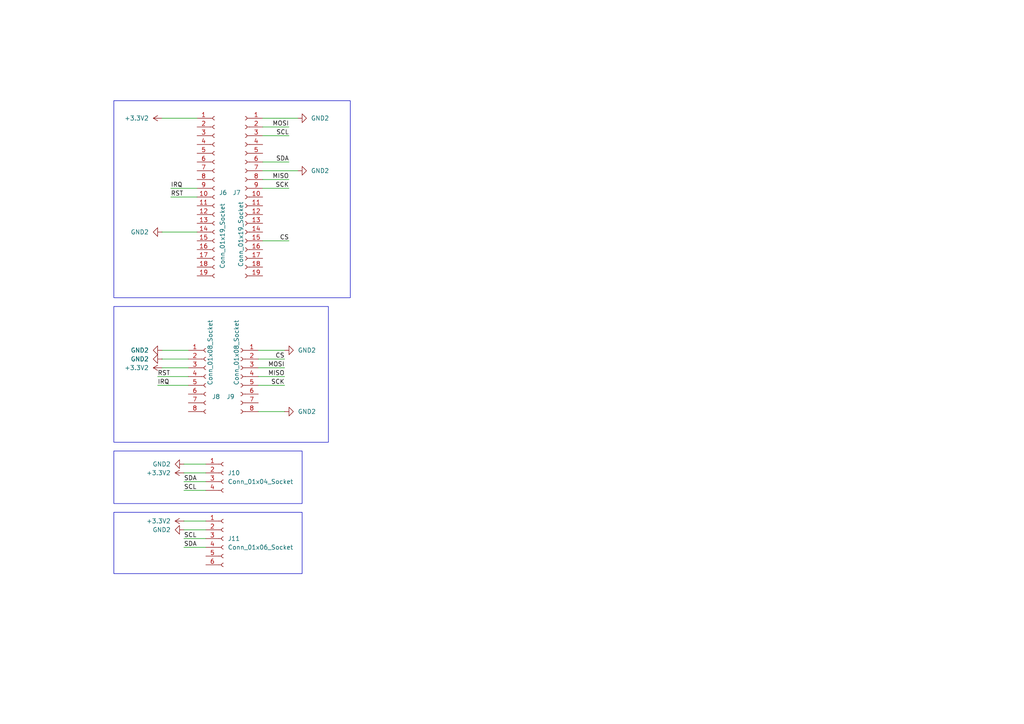
<source format=kicad_sch>
(kicad_sch (version 20250114) (generator "eeschema") (generator_version "9.0")
  (paper "A4")
  (lib_symbols
    (symbol "Connector:Conn_01x04_Socket" (pin_names (offset 1.016) (hide yes))
      (property "Reference" "J" (at 0 5.08 0))
      (property "Value" "Conn_01x04_Socket" (at 0 -7.62 0))
      (symbol "Conn_01x04_Socket_1_1"
        (polyline (pts (xy -1.27 2.54) (xy -0.508 2.54)) (stroke (width 0.1524)))
        (polyline (pts (xy -1.27 0) (xy -0.508 0)) (stroke (width 0.1524)))
        (polyline (pts (xy -1.27 -2.54) (xy -0.508 -2.54)) (stroke (width 0.1524)))
        (polyline (pts (xy -1.27 -5.08) (xy -0.508 -5.08)) (stroke (width 0.1524)))
        (arc (start 0 2.032) (mid -0.5058 2.54) (end 0 3.048) (stroke (width 0.1524)))
        (arc (start 0 -0.508) (mid -0.5058 0) (end 0 0.508) (stroke (width 0.1524)))
        (arc (start 0 -3.048) (mid -0.5058 -2.54) (end 0 -2.032) (stroke (width 0.1524)))
        (arc (start 0 -5.588) (mid -0.5058 -5.08) (end 0 -4.572) (stroke (width 0.1524)))
        (pin passive line (at -5.08 2.54 0) (length 3.81) (name "Pin_1") (number "1"))
        (pin passive line (at -5.08 0 0) (length 3.81) (name "Pin_2") (number "2"))
        (pin passive line (at -5.08 -2.54 0) (length 3.81) (name "Pin_3") (number "3"))
        (pin passive line (at -5.08 -5.08 0) (length 3.81) (name "Pin_4") (number "4"))
      )
    )
    (symbol "Connector:Conn_01x06_Socket" (pin_names (offset 1.016) (hide yes))
      (property "Reference" "J" (at 0 7.62 0))
      (property "Value" "Conn_01x06_Socket" (at 0 -10.16 0))
      (symbol "Conn_01x06_Socket_1_1"
        (polyline (pts (xy -1.27 5.08) (xy -0.508 5.08)) (stroke (width 0.1524)))
        (polyline (pts (xy -1.27 2.54) (xy -0.508 2.54)) (stroke (width 0.1524)))
        (polyline (pts (xy -1.27 0) (xy -0.508 0)) (stroke (width 0.1524)))
        (polyline (pts (xy -1.27 -2.54) (xy -0.508 -2.54)) (stroke (width 0.1524)))
        (polyline (pts (xy -1.27 -5.08) (xy -0.508 -5.08)) (stroke (width 0.1524)))
        (polyline (pts (xy -1.27 -7.62) (xy -0.508 -7.62)) (stroke (width 0.1524)))
        (arc (start 0 4.572) (mid -0.5058 5.08) (end 0 5.588) (stroke (width 0.1524)))
        (arc (start 0 2.032) (mid -0.5058 2.54) (end 0 3.048) (stroke (width 0.1524)))
        (arc (start 0 -0.508) (mid -0.5058 0) (end 0 0.508) (stroke (width 0.1524)))
        (arc (start 0 -3.048) (mid -0.5058 -2.54) (end 0 -2.032) (stroke (width 0.1524)))
        (arc (start 0 -5.588) (mid -0.5058 -5.08) (end 0 -4.572) (stroke (width 0.1524)))
        (arc (start 0 -8.128) (mid -0.5058 -7.62) (end 0 -7.112) (stroke (width 0.1524)))
        (pin passive line (at -5.08 5.08 0) (length 3.81) (name "Pin_1") (number "1"))
        (pin passive line (at -5.08 2.54 0) (length 3.81) (name "Pin_2") (number "2"))
        (pin passive line (at -5.08 0 0) (length 3.81) (name "Pin_3") (number "3"))
        (pin passive line (at -5.08 -2.54 0) (length 3.81) (name "Pin_4") (number "4"))
        (pin passive line (at -5.08 -5.08 0) (length 3.81) (name "Pin_5") (number "5"))
        (pin passive line (at -5.08 -7.62 0) (length 3.81) (name "Pin_6") (number "6"))
      )
    )
    (symbol "Connector:Conn_01x08_Socket" (pin_names (offset 1.016) (hide yes))
      (property "Reference" "J" (at 0 10.16 0))
      (property "Value" "Conn_01x08_Socket" (at 0 -12.7 0))
      (symbol "Conn_01x08_Socket_1_1"
        (polyline (pts (xy -1.27 7.62) (xy -0.508 7.62)) (stroke (width 0.1524)))
        (polyline (pts (xy -1.27 5.08) (xy -0.508 5.08)) (stroke (width 0.1524)))
        (polyline (pts (xy -1.27 2.54) (xy -0.508 2.54)) (stroke (width 0.1524)))
        (polyline (pts (xy -1.27 0) (xy -0.508 0)) (stroke (width 0.1524)))
        (polyline (pts (xy -1.27 -2.54) (xy -0.508 -2.54)) (stroke (width 0.1524)))
        (polyline (pts (xy -1.27 -5.08) (xy -0.508 -5.08)) (stroke (width 0.1524)))
        (polyline (pts (xy -1.27 -7.62) (xy -0.508 -7.62)) (stroke (width 0.1524)))
        (polyline (pts (xy -1.27 -10.16) (xy -0.508 -10.16)) (stroke (width 0.1524)))
        (arc (start 0 7.112) (mid -0.5058 7.62) (end 0 8.128) (stroke (width 0.1524)))
        (arc (start 0 4.572) (mid -0.5058 5.08) (end 0 5.588) (stroke (width 0.1524)))
        (arc (start 0 2.032) (mid -0.5058 2.54) (end 0 3.048) (stroke (width 0.1524)))
        (arc (start 0 -0.508) (mid -0.5058 0) (end 0 0.508) (stroke (width 0.1524)))
        (arc (start 0 -3.048) (mid -0.5058 -2.54) (end 0 -2.032) (stroke (width 0.1524)))
        (arc (start 0 -5.588) (mid -0.5058 -5.08) (end 0 -4.572) (stroke (width 0.1524)))
        (arc (start 0 -8.128) (mid -0.5058 -7.62) (end 0 -7.112) (stroke (width 0.1524)))
        (arc (start 0 -10.668) (mid -0.5058 -10.16) (end 0 -9.652) (stroke (width 0.1524)))
        (pin passive line (at -5.08 7.62 0) (length 3.81) (name "Pin_1") (number "1"))
        (pin passive line (at -5.08 5.08 0) (length 3.81) (name "Pin_2") (number "2"))
        (pin passive line (at -5.08 2.54 0) (length 3.81) (name "Pin_3") (number "3"))
        (pin passive line (at -5.08 0 0) (length 3.81) (name "Pin_4") (number "4"))
        (pin passive line (at -5.08 -2.54 0) (length 3.81) (name "Pin_5") (number "5"))
        (pin passive line (at -5.08 -5.08 0) (length 3.81) (name "Pin_6") (number "6"))
        (pin passive line (at -5.08 -7.62 0) (length 3.81) (name "Pin_7") (number "7"))
        (pin passive line (at -5.08 -10.16 0) (length 3.81) (name "Pin_8") (number "8"))
      )
    )
    (symbol "Connector:Conn_01x19_Socket" (pin_names (offset 1.016) (hide yes))
      (property "Reference" "J" (at 0 25.4 0))
      (property "Value" "Conn_01x19_Socket" (at 0 -25.4 0))
      (symbol "Conn_01x19_Socket_1_1"
        (polyline (pts (xy -1.27 22.86) (xy -0.508 22.86)) (stroke (width 0.1524)))
        (polyline (pts (xy -1.27 20.32) (xy -0.508 20.32)) (stroke (width 0.1524)))
        (polyline (pts (xy -1.27 17.78) (xy -0.508 17.78)) (stroke (width 0.1524)))
        (polyline (pts (xy -1.27 15.24) (xy -0.508 15.24)) (stroke (width 0.1524)))
        (polyline (pts (xy -1.27 12.7) (xy -0.508 12.7)) (stroke (width 0.1524)))
        (polyline (pts (xy -1.27 10.16) (xy -0.508 10.16)) (stroke (width 0.1524)))
        (polyline (pts (xy -1.27 7.62) (xy -0.508 7.62)) (stroke (width 0.1524)))
        (polyline (pts (xy -1.27 5.08) (xy -0.508 5.08)) (stroke (width 0.1524)))
        (polyline (pts (xy -1.27 2.54) (xy -0.508 2.54)) (stroke (width 0.1524)))
        (polyline (pts (xy -1.27 0) (xy -0.508 0)) (stroke (width 0.1524)))
        (polyline (pts (xy -1.27 -2.54) (xy -0.508 -2.54)) (stroke (width 0.1524)))
        (polyline (pts (xy -1.27 -5.08) (xy -0.508 -5.08)) (stroke (width 0.1524)))
        (polyline (pts (xy -1.27 -7.62) (xy -0.508 -7.62)) (stroke (width 0.1524)))
        (polyline (pts (xy -1.27 -10.16) (xy -0.508 -10.16)) (stroke (width 0.1524)))
        (polyline (pts (xy -1.27 -12.7) (xy -0.508 -12.7)) (stroke (width 0.1524)))
        (polyline (pts (xy -1.27 -15.24) (xy -0.508 -15.24)) (stroke (width 0.1524)))
        (polyline (pts (xy -1.27 -17.78) (xy -0.508 -17.78)) (stroke (width 0.1524)))
        (polyline (pts (xy -1.27 -20.32) (xy -0.508 -20.32)) (stroke (width 0.1524)))
        (polyline (pts (xy -1.27 -22.86) (xy -0.508 -22.86)) (stroke (width 0.1524)))
        (arc (start 0 22.352) (mid -0.5058 22.86) (end 0 23.368) (stroke (width 0.1524)))
        (arc (start 0 19.812) (mid -0.5058 20.32) (end 0 20.828) (stroke (width 0.1524)))
        (arc (start 0 17.272) (mid -0.5058 17.78) (end 0 18.288) (stroke (width 0.1524)))
        (arc (start 0 14.732) (mid -0.5058 15.24) (end 0 15.748) (stroke (width 0.1524)))
        (arc (start 0 12.192) (mid -0.5058 12.7) (end 0 13.208) (stroke (width 0.1524)))
        (arc (start 0 9.652) (mid -0.5058 10.16) (end 0 10.668) (stroke (width 0.1524)))
        (arc (start 0 7.112) (mid -0.5058 7.62) (end 0 8.128) (stroke (width 0.1524)))
        (arc (start 0 4.572) (mid -0.5058 5.08) (end 0 5.588) (stroke (width 0.1524)))
        (arc (start 0 2.032) (mid -0.5058 2.54) (end 0 3.048) (stroke (width 0.1524)))
        (arc (start 0 -0.508) (mid -0.5058 0) (end 0 0.508) (stroke (width 0.1524)))
        (arc (start 0 -3.048) (mid -0.5058 -2.54) (end 0 -2.032) (stroke (width 0.1524)))
        (arc (start 0 -5.588) (mid -0.5058 -5.08) (end 0 -4.572) (stroke (width 0.1524)))
        (arc (start 0 -8.128) (mid -0.5058 -7.62) (end 0 -7.112) (stroke (width 0.1524)))
        (arc (start 0 -10.668) (mid -0.5058 -10.16) (end 0 -9.652) (stroke (width 0.1524)))
        (arc (start 0 -13.208) (mid -0.5058 -12.7) (end 0 -12.192) (stroke (width 0.1524)))
        (arc (start 0 -15.748) (mid -0.5058 -15.24) (end 0 -14.732) (stroke (width 0.1524)))
        (arc (start 0 -18.288) (mid -0.5058 -17.78) (end 0 -17.272) (stroke (width 0.1524)))
        (arc (start 0 -20.828) (mid -0.5058 -20.32) (end 0 -19.812) (stroke (width 0.1524)))
        (arc (start 0 -23.368) (mid -0.5058 -22.86) (end 0 -22.352) (stroke (width 0.1524)))
        (pin passive line (at -5.08 22.86 0) (length 3.81) (name "Pin_1") (number "1"))
        (pin passive line (at -5.08 20.32 0) (length 3.81) (name "Pin_2") (number "2"))
        (pin passive line (at -5.08 17.78 0) (length 3.81) (name "Pin_3") (number "3"))
        (pin passive line (at -5.08 15.24 0) (length 3.81) (name "Pin_4") (number "4"))
        (pin passive line (at -5.08 12.7 0) (length 3.81) (name "Pin_5") (number "5"))
        (pin passive line (at -5.08 10.16 0) (length 3.81) (name "Pin_6") (number "6"))
        (pin passive line (at -5.08 7.62 0) (length 3.81) (name "Pin_7") (number "7"))
        (pin passive line (at -5.08 5.08 0) (length 3.81) (name "Pin_8") (number "8"))
        (pin passive line (at -5.08 2.54 0) (length 3.81) (name "Pin_9") (number "9"))
        (pin passive line (at -5.08 0 0) (length 3.81) (name "Pin_10") (number "10"))
        (pin passive line (at -5.08 -2.54 0) (length 3.81) (name "Pin_11") (number "11"))
        (pin passive line (at -5.08 -5.08 0) (length 3.81) (name "Pin_12") (number "12"))
        (pin passive line (at -5.08 -7.62 0) (length 3.81) (name "Pin_13") (number "13"))
        (pin passive line (at -5.08 -10.16 0) (length 3.81) (name "Pin_14") (number "14"))
        (pin passive line (at -5.08 -12.7 0) (length 3.81) (name "Pin_15") (number "15"))
        (pin passive line (at -5.08 -15.24 0) (length 3.81) (name "Pin_16") (number "16"))
        (pin passive line (at -5.08 -17.78 0) (length 3.81) (name "Pin_17") (number "17"))
        (pin passive line (at -5.08 -20.32 0) (length 3.81) (name "Pin_18") (number "18"))
        (pin passive line (at -5.08 -22.86 0) (length 3.81) (name "Pin_19") (number "19"))
      )
    )
    (symbol "power:+3.3V" (power) (pin_numbers (hide yes)) (pin_names (offset 0) (hide yes))
      (property "Value" "+3.3V" (at 0 3.556 0))
      (symbol "+3.3V_0_1"
        (polyline (pts (xy -0.762 1.27) (xy 0 2.54)))
        (polyline (pts (xy 0 2.54) (xy 0.762 1.27)))
        (polyline (pts (xy 0 0) (xy 0 2.54)))
      )
      (symbol "+3.3V_1_1"
        (pin power_in line (at 0 0 90) (length 0) (name "~") (number "1"))
      )
    )
    (symbol "power:GND" (power) (pin_numbers (hide yes)) (pin_names (offset 0) (hide yes))
      (property "Value" "GND" (at 0 -3.81 0))
      (symbol "GND_0_1"
        (polyline (pts (xy 0 0) (xy 0 -1.27) (xy 1.27 -1.27) (xy 0 -2.54) (xy -1.27 -1.27) (xy 0 -1.27)))
      )
      (symbol "GND_1_1"
        (pin power_in line (at 0 0 270) (length 0) (name "~") (number "1"))
      )
    )
  )
  (rectangle (start 33.02 88.9) (end 95.25 128.27))
  (rectangle (start 33.02 130.81) (end 87.63 146.05))
  (rectangle (start 33.02 148.59) (end 87.63 166.37))
  (rectangle (start 33.02 29.21) (end 101.6 86.36))
  (wire (pts (xy 46.99 34.29) (xy 57.15 34.29)))
  (wire (pts (xy 57.15 54.61) (xy 49.53 54.61)))
  (wire (pts (xy 76.2 36.83) (xy 83.82 36.83)))
  (wire (pts (xy 74.93 109.22) (xy 82.55 109.22)))
  (wire (pts (xy 53.34 153.67) (xy 59.69 153.67)))
  (wire (pts (xy 53.34 158.75) (xy 59.69 158.75)))
  (wire (pts (xy 54.61 104.14) (xy 46.99 104.14)))
  (wire (pts (xy 74.93 111.76) (xy 82.55 111.76)))
  (wire (pts (xy 45.72 111.76) (xy 54.61 111.76)))
  (wire (pts (xy 76.2 39.37) (xy 83.82 39.37)))
  (wire (pts (xy 76.2 34.29) (xy 86.36 34.29)))
  (wire (pts (xy 76.2 49.53) (xy 86.36 49.53)))
  (wire (pts (xy 76.2 54.61) (xy 83.82 54.61)))
  (wire (pts (xy 53.34 156.21) (xy 59.69 156.21)))
  (wire (pts (xy 53.34 151.13) (xy 59.69 151.13)))
  (wire (pts (xy 57.15 57.15) (xy 49.53 57.15)))
  (wire (pts (xy 76.2 52.07) (xy 83.82 52.07)))
  (wire (pts (xy 76.2 46.99) (xy 83.82 46.99)))
  (wire (pts (xy 53.34 137.16) (xy 59.69 137.16)))
  (wire (pts (xy 83.82 69.85) (xy 76.2 69.85)))
  (wire (pts (xy 45.72 109.22) (xy 54.61 109.22)))
  (wire (pts (xy 74.93 106.68) (xy 82.55 106.68)))
  (wire (pts (xy 46.99 106.68) (xy 54.61 106.68)))
  (wire (pts (xy 74.93 101.6) (xy 82.55 101.6)))
  (wire (pts (xy 57.15 67.31) (xy 46.99 67.31)))
  (wire (pts (xy 82.55 104.14) (xy 74.93 104.14)))
  (wire (pts (xy 53.34 142.24) (xy 59.69 142.24)))
  (wire (pts (xy 53.34 139.7) (xy 59.69 139.7)))
  (wire (pts (xy 53.34 134.62) (xy 59.69 134.62)))
  (wire (pts (xy 54.61 101.6) (xy 46.99 101.6)))
  (wire (pts (xy 74.93 119.38) (xy 82.55 119.38)))
  (label "SCL" (at 53.34 156.21 0))
  (label "CS" (at 82.55 104.14 180))
  (label "MISO" (at 83.82 52.07 180))
  (label "CS" (at 83.82 69.85 180))
  (label "SCK" (at 82.55 111.76 180))
  (label "RST" (at 49.53 57.15 0))
  (label "MOSI" (at 82.55 106.68 180))
  (label "SDA" (at 53.34 158.75 0))
  (label "SCL" (at 83.82 39.37 180))
  (label "MOSI" (at 83.82 36.83 180))
  (label "RST" (at 45.72 109.22 0))
  (label "SCK" (at 83.82 54.61 180))
  (label "SCL" (at 53.34 142.24 0))
  (label "IRQ" (at 45.72 111.76 0))
  (label "SDA" (at 53.34 139.7 0))
  (label "IRQ" (at 49.53 54.61 0))
  (label "SDA" (at 83.82 46.99 180))
  (label "MISO" (at 82.55 109.22 180))
  (symbol (lib_id "power:GND") (at 86.36 49.53 90) (unit 1)
    (property "Reference" "#PWR022" (effects (hide yes)))
    (property "Value" "GND2" (at 90.17 49.5299 90) (effects (justify right)))
    (property "Description" "Power symbol creates a global label with name \"GND\" , ground" (effects (hide yes)))
  )
  (symbol (lib_id "power:GND") (at 53.34 134.62 270) (mirror x) (unit 1)
    (property "Reference" "#PWR017" (effects (hide yes)))
    (property "Value" "GND2" (at 49.53 134.6199 90) (effects (justify right)))
    (property "Description" "Power symbol creates a global label with name \"GND\" , ground" (effects (hide yes)))
  )
  (symbol (lib_id "power:GND") (at 46.99 67.31 270) (mirror x) (unit 1)
    (property "Reference" "#PWR04" (effects (hide yes)))
    (property "Value" "GND2" (at 43.18 67.3099 90) (effects (justify right)))
    (property "Description" "Power symbol creates a global label with name \"GND\" , ground" (effects (hide yes)))
  )
  (symbol (lib_id "power:+3.3V") (at 46.99 106.68 90) (unit 1)
    (property "Reference" "#PWR016" (effects (hide yes)))
    (property "Value" "+3.3V2" (at 43.18 106.6799 90) (effects (justify left)))
    (property "Description" "Power symbol creates a global label with name \"+3.3V\"" (effects (hide yes)))
  )
  (symbol (lib_id "power:GND") (at 46.99 104.14 270) (mirror x) (unit 1)
    (property "Reference" "#PWR015" (effects (hide yes)))
    (property "Value" "GND2" (at 43.18 104.1399 90) (effects (justify right)))
    (property "Description" "Power symbol creates a global label with name \"GND\" , ground" (effects (hide yes)))
  )
  (symbol (lib_id "power:+3.3V") (at 53.34 137.16 90) (unit 1)
    (property "Reference" "#PWR018" (effects (hide yes)))
    (property "Value" "+3.3V2" (at 49.53 137.1599 90) (effects (justify left)))
    (property "Description" "Power symbol creates a global label with name \"+3.3V\"" (effects (hide yes)))
  )
  (symbol (lib_id "Connector:Conn_01x04_Socket") (at 64.77 137.16 0) (unit 1)
    (property "Reference" "J10" (at 66.04 137.1599 0) (effects (justify left)))
    (property "Value" "Conn_01x04_Socket" (at 66.04 139.6999 0) (effects (justify left)))
    (property "Footprint" "Connector_PinSocket_2.54mm:PinSocket_1x04_P2.54mm_Vertical" (effects (hide yes)))
    (property "Description" "Generic connector, single row, 01x04, script generated" (effects (hide yes)))
  )
  (symbol (lib_id "power:+3.3V") (at 53.34 151.13 90) (unit 1)
    (property "Reference" "#PWR024" (effects (hide yes)))
    (property "Value" "+3.3V2" (at 49.53 151.1299 90) (effects (justify left)))
    (property "Description" "Power symbol creates a global label with name \"+3.3V\"" (effects (hide yes)))
  )
  (symbol (lib_id "power:GND") (at 46.99 101.6 270) (mirror x) (unit 1)
    (property "Reference" "#PWR012" (effects (hide yes)))
    (property "Value" "GND2" (at 43.18 101.5999 90) (effects (justify right)))
    (property "Description" "Power symbol creates a global label with name \"GND\" , ground" (effects (hide yes)))
  )
  (symbol (lib_id "power:GND") (at 82.55 101.6 90) (unit 1)
    (property "Reference" "#PWR019" (effects (hide yes)))
    (property "Value" "GND2" (at 86.36 101.5999 90) (effects (justify right)))
    (property "Description" "Power symbol creates a global label with name \"GND\" , ground" (effects (hide yes)))
  )
  (symbol (lib_id "power:GND") (at 53.34 153.67 270) (mirror x) (unit 1)
    (property "Reference" "#PWR023" (effects (hide yes)))
    (property "Value" "GND2" (at 49.53 153.6699 90) (effects (justify right)))
    (property "Description" "Power symbol creates a global label with name \"GND\" , ground" (effects (hide yes)))
  )
  (symbol (lib_id "Connector:Conn_01x08_Socket") (at 59.69 109.22 0) (unit 1)
    (property "Reference" "J8" (at 61.468 115.062 0) (effects (justify left)))
    (property "Value" "Conn_01x08_Socket" (at 60.96 111.7599 90) (effects (justify left)))
    (property "Footprint" "Connector_PinSocket_2.54mm:PinSocket_1x08_P2.54mm_Vertical" (effects (hide yes)))
    (property "Description" "Generic connector, single row, 01x08, script generated" (effects (hide yes)))
  )
  (symbol (lib_id "Connector:Conn_01x19_Socket") (at 71.12 57.15 0) (mirror y) (unit 1)
    (property "Reference" "J7" (at 69.85 55.8799 0) (effects (justify left)))
    (property "Value" "Conn_01x19_Socket" (at 69.85 58.4199 90) (effects (justify right)))
    (property "Footprint" "Connector_PinSocket_2.54mm:PinSocket_1x19_P2.54mm_Vertical" (effects (hide yes)))
    (property "Description" "Generic connector, single row, 01x19, script generated" (effects (hide yes)))
  )
  (symbol (lib_id "power:GND") (at 82.55 119.38 90) (unit 1)
    (property "Reference" "#PWR020" (effects (hide yes)))
    (property "Value" "GND2" (at 86.36 119.3799 90) (effects (justify right)))
    (property "Description" "Power symbol creates a global label with name \"GND\" , ground" (effects (hide yes)))
  )
  (symbol (lib_id "Connector:Conn_01x08_Socket") (at 69.85 109.22 0) (mirror y) (unit 1)
    (property "Reference" "J9" (at 68.072 115.062 0) (effects (justify left)))
    (property "Value" "Conn_01x08_Socket" (at 68.58 111.7599 90) (effects (justify left)))
    (property "Footprint" "Connector_PinSocket_2.54mm:PinSocket_1x08_P2.54mm_Vertical" (effects (hide yes)))
    (property "Description" "Generic connector, single row, 01x08, script generated" (effects (hide yes)))
  )
  (symbol (lib_id "power:GND") (at 86.36 34.29 90) (unit 1)
    (property "Reference" "#PWR021" (effects (hide yes)))
    (property "Value" "GND2" (at 90.17 34.2899 90) (effects (justify right)))
    (property "Description" "Power symbol creates a global label with name \"GND\" , ground" (effects (hide yes)))
  )
  (symbol (lib_id "Connector:Conn_01x19_Socket") (at 62.23 57.15 0) (unit 1)
    (property "Reference" "J6" (at 63.5 55.8799 0) (effects (justify left)))
    (property "Value" "Conn_01x19_Socket" (at 64.516 58.928 90) (effects (justify right)))
    (property "Footprint" "Connector_PinSocket_2.54mm:PinSocket_1x19_P2.54mm_Vertical" (effects (hide yes)))
    (property "Description" "Generic connector, single row, 01x19, script generated" (effects (hide yes)))
  )
  (symbol (lib_id "Connector:Conn_01x06_Socket") (at 64.77 156.21 0) (unit 1)
    (property "Reference" "J11" (at 66.04 156.2099 0) (effects (justify left)))
    (property "Value" "Conn_01x06_Socket" (at 66.04 158.7499 0) (effects (justify left)))
    (property "Footprint" "Connector_PinSocket_2.54mm:PinSocket_1x06_P2.54mm_Vertical" (effects (hide yes)))
    (property "Description" "Generic connector, single row, 01x06, script generated" (effects (hide yes)))
  )
  (symbol (lib_id "power:+3.3V") (at 46.99 34.29 90) (unit 1)
    (property "Reference" "#PWR03" (effects (hide yes)))
    (property "Value" "+3.3V2" (at 43.18 34.2899 90) (effects (justify left)))
    (property "Description" "Power symbol creates a global label with name \"+3.3V\"" (effects (hide yes)))
  )
)
</source>
